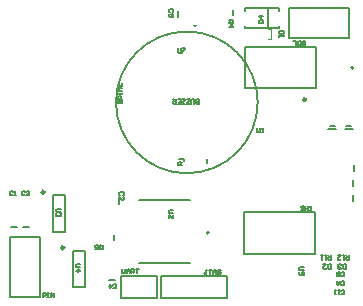
<source format=gto>
G04*
G04 #@! TF.GenerationSoftware,Altium Limited,Altium Designer,18.0.9 (584)*
G04*
G04 Layer_Color=65535*
%FSLAX25Y25*%
%MOIN*%
G70*
G01*
G75*
%ADD10C,0.00787*%
%ADD11C,0.00500*%
%ADD12C,0.00600*%
%ADD13C,0.00984*%
%ADD14C,0.01000*%
%ADD15C,0.00394*%
D10*
X215025Y177580D02*
G03*
X215025Y177580I-394J0D01*
G01*
X166894Y122500D02*
G03*
X166894Y122500I-394J0D01*
G01*
X215012Y133016D02*
Y134984D01*
X215071Y143016D02*
Y144984D01*
X215012Y138016D02*
Y139984D01*
X206622Y157126D02*
X209378D01*
X212122D02*
X214878D01*
X207213Y158260D02*
X208787D01*
X212713D02*
X214287D01*
X137457Y108043D02*
X149543D01*
Y100957D02*
Y108043D01*
X137457Y100957D02*
X149543D01*
X137457D02*
Y108043D01*
X133516Y106929D02*
X135484D01*
X166272Y145713D02*
Y147287D01*
X174772Y195213D02*
Y196787D01*
X156547Y194516D02*
Y196484D01*
X125469Y104398D02*
Y116602D01*
X121531Y104398D02*
Y116602D01*
Y104398D02*
X125469D01*
X121531Y116602D02*
X125469D01*
X150957Y108043D02*
X173043D01*
Y100957D02*
Y108043D01*
X150957Y100957D02*
X173043D01*
X150957D02*
Y108043D01*
X178791Y197346D02*
X190209D01*
X178791Y190654D02*
X190209D01*
X178791Y196559D02*
Y197346D01*
Y190654D02*
Y191441D01*
X190209Y196559D02*
Y197346D01*
Y190654D02*
Y191441D01*
X186469Y190654D02*
Y197346D01*
X193500Y187500D02*
X213500D01*
Y197500D01*
X193500D02*
X213500D01*
X193500Y187500D02*
Y197500D01*
X135272Y120213D02*
Y121787D01*
X137012Y132016D02*
Y133984D01*
X101016Y124488D02*
X102984D01*
X118969Y122898D02*
Y135102D01*
X115031Y122898D02*
Y135102D01*
Y122898D02*
X118969D01*
X115031Y135102D02*
X118969D01*
X105016Y124547D02*
X106984D01*
X100500Y101000D02*
Y121000D01*
Y101000D02*
X110500D01*
Y121000D01*
X100500D02*
X110500D01*
D11*
X183122Y166000D02*
G03*
X183122Y166000I-23622J0D01*
G01*
X178820Y170690D02*
X202442D01*
X178820D02*
Y184470D01*
X202442D01*
Y170690D02*
Y184470D01*
X178689Y115610D02*
Y129390D01*
Y115610D02*
X202311D01*
Y129390D01*
X178689D02*
X202311D01*
X191809Y189840D02*
X190310D01*
Y189090D01*
X190560Y188840D01*
X191560D01*
X191809Y189090D01*
Y189840D01*
X190310Y188340D02*
Y187841D01*
Y188091D01*
X191809D01*
X191560Y188340D01*
X163500Y165500D02*
Y167000D01*
X162750D01*
X162500Y166750D01*
Y166500D01*
X162750Y166250D01*
X163500D01*
X162750D01*
X162500Y166000D01*
Y165750D01*
X162750Y165500D01*
X163500D01*
X162001D02*
Y166750D01*
X161751Y167000D01*
X161251D01*
X161001Y166750D01*
Y165500D01*
X160501D02*
X159501D01*
Y165750D01*
X160501Y166750D01*
Y167000D01*
X159501D01*
X159001Y165500D02*
X158002D01*
Y165750D01*
X159001Y166750D01*
Y167000D01*
X158002D01*
X156502Y165500D02*
X157502D01*
Y167000D01*
X156502D01*
X157502Y166250D02*
X157002D01*
X156002Y167000D02*
Y165500D01*
X155253D01*
X155003Y165750D01*
Y166250D01*
X155253Y166500D01*
X156002D01*
X155503D02*
X155003Y167000D01*
X138000Y110500D02*
Y109250D01*
X138250Y109000D01*
X138750D01*
X139000Y109250D01*
Y110500D01*
X139499Y109000D02*
Y110000D01*
X139999Y110500D01*
X140499Y110000D01*
Y109000D01*
Y109750D01*
X139499D01*
X140999Y109000D02*
Y110500D01*
X141749D01*
X141999Y110250D01*
Y109750D01*
X141749Y109500D01*
X140999D01*
X141499D02*
X141999Y109000D01*
X142499Y110500D02*
X143498D01*
X142998D01*
Y109000D01*
X213500Y115000D02*
Y113500D01*
X212750D01*
X212500Y113750D01*
Y114250D01*
X212750Y114500D01*
X213500D01*
X213000D02*
X212500Y115000D01*
X212000D02*
X211501D01*
X211751D01*
Y113500D01*
X212000D01*
X209751Y115000D02*
X210751D01*
X209751Y114000D01*
Y113750D01*
X210001Y113500D01*
X210501D01*
X210751Y113750D01*
X207500Y115000D02*
Y113500D01*
X206750D01*
X206500Y113750D01*
Y114250D01*
X206750Y114500D01*
X207500D01*
X207000D02*
X206500Y115000D01*
X206000D02*
X205501D01*
X205751D01*
Y113500D01*
X206000D01*
X204751Y115000D02*
X204251D01*
X204501D01*
Y113500D01*
X204751Y113750D01*
X158000Y145000D02*
X156500D01*
Y145750D01*
X156750Y146000D01*
X157250D01*
X157500Y145750D01*
Y145000D01*
Y145500D02*
X158000Y146000D01*
X158500Y146500D02*
Y146749D01*
X158250Y146999D01*
X157000D01*
X212500Y110501D02*
Y112000D01*
X211750D01*
X211500Y111750D01*
Y110750D01*
X211750Y110501D01*
X212500D01*
X211000Y110750D02*
X210751Y110501D01*
X210251D01*
X210001Y110750D01*
Y111000D01*
X210251Y111250D01*
X210501D01*
X210251D01*
X210001Y111500D01*
Y111750D01*
X210251Y112000D01*
X210751D01*
X211000Y111750D01*
X207500Y110501D02*
Y112000D01*
X206750D01*
X206500Y111750D01*
Y110750D01*
X206750Y110501D01*
X207500D01*
X205001Y112000D02*
X206000D01*
X205001Y111000D01*
Y110750D01*
X205251Y110501D01*
X205751D01*
X206000Y110750D01*
X211000Y108250D02*
X211250Y108001D01*
X211750D01*
X212000Y108250D01*
Y109250D01*
X211750Y109500D01*
X211250D01*
X211000Y109250D01*
X210501Y108001D02*
Y109500D01*
X209751D01*
X209501Y109250D01*
Y109000D01*
X209751Y108750D01*
X210501D01*
X209751D01*
X209501Y108500D01*
Y108250D01*
X209751Y108001D01*
X210501D01*
X211000Y105250D02*
X211250Y105000D01*
X211750D01*
X212000Y105250D01*
Y106250D01*
X211750Y106500D01*
X211250D01*
X211000Y106250D01*
X210501Y106500D02*
Y105500D01*
X210001Y105000D01*
X209501Y105500D01*
Y106500D01*
Y105750D01*
X210501D01*
X211000Y102250D02*
X211250Y102000D01*
X211750D01*
X212000Y102250D01*
Y103250D01*
X211750Y103500D01*
X211250D01*
X211000Y103250D01*
X210501Y103500D02*
X210001D01*
X210251D01*
Y102000D01*
X210501Y102250D01*
X209251Y103500D02*
X208751D01*
X209001D01*
Y102000D01*
X209251Y102250D01*
X135000Y104250D02*
X135250Y104000D01*
X135750D01*
X136000Y104250D01*
Y105250D01*
X135750Y105500D01*
X135250D01*
X135000Y105250D01*
X133751Y105500D02*
Y104000D01*
X134501Y104750D01*
X133501D01*
X124000Y112000D02*
X122750D01*
X122500Y111750D01*
Y111250D01*
X122750Y111000D01*
X124000D01*
X122500Y109751D02*
X124000D01*
X123250Y110501D01*
Y109501D01*
X156500Y184000D02*
Y182750D01*
X156750Y182500D01*
X157250D01*
X157500Y182750D01*
Y184000D01*
X158000D02*
X158999D01*
Y183750D01*
X158000Y182750D01*
Y182500D01*
X198500Y111000D02*
X197250D01*
X197000Y110750D01*
Y110250D01*
X197250Y110000D01*
X198500D01*
Y108501D02*
Y109501D01*
X197750D01*
X198000Y109001D01*
Y108751D01*
X197750Y108501D01*
X197250D01*
X197000Y108751D01*
Y109251D01*
X197250Y109501D01*
X198500Y131250D02*
X198250Y131500D01*
X197750D01*
X197500Y131250D01*
Y131000D01*
X197750Y130750D01*
X198250D01*
X198500Y130500D01*
Y130250D01*
X198250Y130000D01*
X197750D01*
X197500Y130250D01*
X199000Y131500D02*
Y130000D01*
X199499Y130500D01*
X199999Y130000D01*
Y131500D01*
X200499Y130000D02*
X200999D01*
X200749D01*
Y131500D01*
X200499Y131250D01*
X154999Y130000D02*
X153750D01*
X153500Y129750D01*
Y129250D01*
X153750Y129000D01*
X154999D01*
X153500Y127501D02*
Y128500D01*
X154500Y127501D01*
X154750D01*
X154999Y127751D01*
Y128251D01*
X154750Y128500D01*
X198000Y185250D02*
X198250Y185001D01*
X198750D01*
X199000Y185250D01*
Y185500D01*
X198750Y185750D01*
X198250D01*
X198000Y186000D01*
Y186250D01*
X198250Y186500D01*
X198750D01*
X199000Y186250D01*
X196751Y185001D02*
X197251D01*
X197501Y185250D01*
Y186250D01*
X197251Y186500D01*
X196751D01*
X196501Y186250D01*
Y185250D01*
X196751Y185001D01*
X196001D02*
Y186500D01*
X195001D01*
X131500Y118500D02*
Y117000D01*
X130750D01*
X130500Y117250D01*
Y117750D01*
X130750Y118000D01*
X131500D01*
X131000D02*
X130500Y118500D01*
X129001Y117000D02*
X130000D01*
Y117750D01*
X129501Y117500D01*
X129251D01*
X129001Y117750D01*
Y118250D01*
X129251Y118500D01*
X129751D01*
X130000Y118250D01*
X173531Y193500D02*
X175031D01*
Y192750D01*
X174781Y192500D01*
X174281D01*
X174031Y192750D01*
Y193500D01*
Y193000D02*
X173531Y192500D01*
Y191251D02*
X175031D01*
X174281Y192000D01*
Y191001D01*
X183501Y192500D02*
X185000D01*
Y193250D01*
X184750Y193500D01*
X183750D01*
X183501Y193250D01*
Y192500D01*
X185000Y194749D02*
X183501D01*
X184250Y194000D01*
Y194999D01*
X154750Y196000D02*
X154999Y196250D01*
Y196750D01*
X154750Y197000D01*
X153750D01*
X153500Y196750D01*
Y196250D01*
X153750Y196000D01*
X154999Y194501D02*
Y195501D01*
X154250D01*
X154500Y195001D01*
Y194751D01*
X154250Y194501D01*
X153750D01*
X153500Y194751D01*
Y195251D01*
X153750Y195501D01*
X166250Y110249D02*
X165750D01*
X166000D01*
Y109000D01*
X165750Y108750D01*
X165500D01*
X165250Y109000D01*
X166750Y110249D02*
X167749D01*
X167249D01*
Y108750D01*
X168249D02*
Y109750D01*
X168749Y110249D01*
X169249Y109750D01*
Y108750D01*
Y109500D01*
X168249D01*
X170748Y110000D02*
X170498Y110249D01*
X169999D01*
X169749Y110000D01*
Y109000D01*
X169999Y108750D01*
X170498D01*
X170748Y109000D01*
Y109500D01*
X170248D01*
X117499Y130500D02*
X116250D01*
X116000Y130250D01*
Y129750D01*
X116250Y129500D01*
X117499D01*
X117250Y129000D02*
X117499Y128751D01*
Y128251D01*
X117250Y128001D01*
X117000D01*
X116750Y128251D01*
Y128501D01*
Y128251D01*
X116500Y128001D01*
X116250D01*
X116000Y128251D01*
Y128751D01*
X116250Y129000D01*
X183000Y157500D02*
Y156250D01*
X183250Y156000D01*
X183750D01*
X184000Y156250D01*
Y157500D01*
X184500Y156000D02*
X184999D01*
X184749D01*
Y157500D01*
X184500Y157250D01*
X136750Y166641D02*
X136501Y166391D01*
Y165891D01*
X136750Y165641D01*
X137000D01*
X137250Y165891D01*
Y166391D01*
X137500Y166641D01*
X137750D01*
X138000Y166391D01*
Y165891D01*
X137750Y165641D01*
X138000Y167141D02*
X136501D01*
Y167890D01*
X136750Y168140D01*
X137250D01*
X137500Y167890D01*
Y167141D01*
X138000Y168640D02*
Y169140D01*
Y168890D01*
X136501D01*
X136750Y168640D01*
X138000Y169890D02*
X136501D01*
X137000Y170390D01*
X136501Y170889D01*
X138000D01*
X136501Y171389D02*
X138000D01*
Y172389D01*
X111500Y101000D02*
Y102499D01*
X112250D01*
X112500Y102250D01*
Y101750D01*
X112250Y101500D01*
X111500D01*
X112999Y102499D02*
X113499D01*
X113249D01*
Y101000D01*
X112999D01*
X113499D01*
X114249D02*
Y102499D01*
X115249Y101000D01*
Y102499D01*
X105500Y136250D02*
X105250Y136500D01*
X104750D01*
X104500Y136250D01*
Y135250D01*
X104750Y135000D01*
X105250D01*
X105500Y135250D01*
X106000Y136250D02*
X106249Y136500D01*
X106749D01*
X106999Y136250D01*
Y136000D01*
X106749Y135750D01*
X106499D01*
X106749D01*
X106999Y135500D01*
Y135250D01*
X106749Y135000D01*
X106249D01*
X106000Y135250D01*
X138250Y135000D02*
X138499Y135250D01*
Y135750D01*
X138250Y136000D01*
X137250D01*
X137000Y135750D01*
Y135250D01*
X137250Y135000D01*
X137000Y133501D02*
Y134501D01*
X138000Y133501D01*
X138250D01*
X138499Y133751D01*
Y134251D01*
X138250Y134501D01*
X101500Y136250D02*
X101250Y136500D01*
X100750D01*
X100500Y136250D01*
Y135250D01*
X100750Y135000D01*
X101250D01*
X101500Y135250D01*
X101999Y135000D02*
X102499D01*
X102249D01*
Y136500D01*
X101999Y136250D01*
D12*
X161991Y191603D02*
G03*
X162591Y191597I309J1010D01*
G01*
X143600Y112600D02*
X160400D01*
X143600Y133400D02*
X160400D01*
D13*
X118579Y117587D02*
G03*
X118579Y117587I-492J0D01*
G01*
X112079Y136087D02*
G03*
X112079Y136087I-492J0D01*
G01*
D14*
X199174Y166928D02*
G03*
X199174Y166928I-447J0D01*
G01*
D15*
X186491Y187270D02*
X187672D01*
X186491Y190420D02*
X187672D01*
Y187270D02*
Y190420D01*
M02*

</source>
